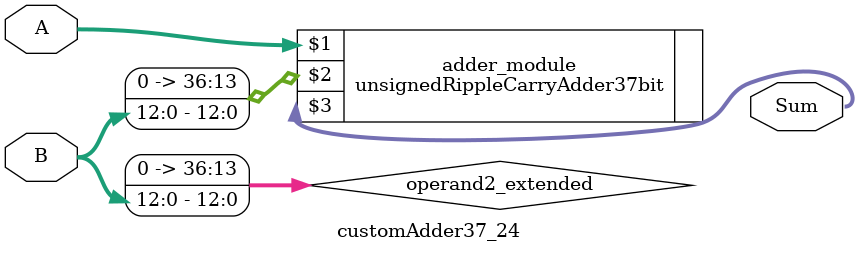
<source format=v>
module customAdder37_24(
                        input [36 : 0] A,
                        input [12 : 0] B,
                        
                        output [37 : 0] Sum
                );

        wire [36 : 0] operand2_extended;
        
        assign operand2_extended =  {24'b0, B};
        
        unsignedRippleCarryAdder37bit adder_module(
            A,
            operand2_extended,
            Sum
        );
        
        endmodule
        
</source>
